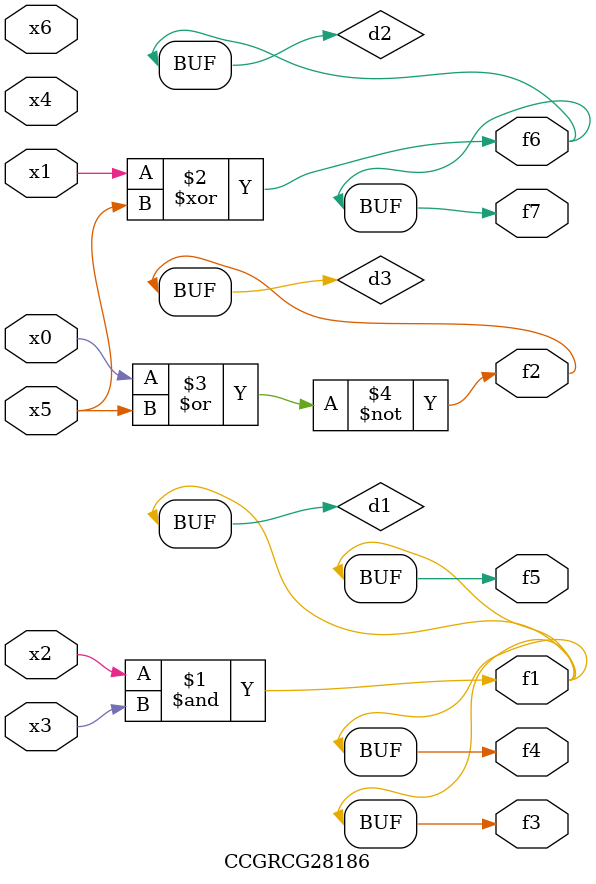
<source format=v>
module CCGRCG28186(
	input x0, x1, x2, x3, x4, x5, x6,
	output f1, f2, f3, f4, f5, f6, f7
);

	wire d1, d2, d3;

	and (d1, x2, x3);
	xor (d2, x1, x5);
	nor (d3, x0, x5);
	assign f1 = d1;
	assign f2 = d3;
	assign f3 = d1;
	assign f4 = d1;
	assign f5 = d1;
	assign f6 = d2;
	assign f7 = d2;
endmodule

</source>
